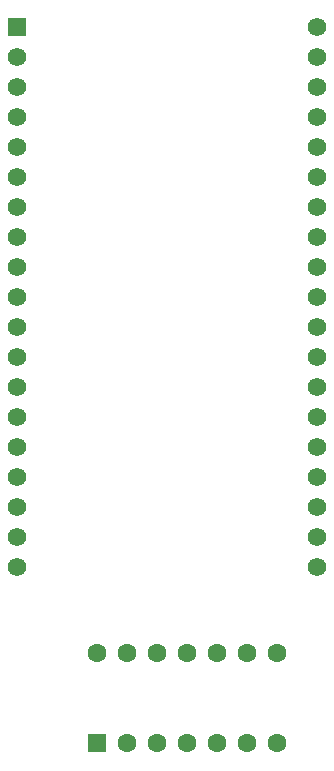
<source format=gbr>
%TF.GenerationSoftware,KiCad,Pcbnew,6.0.0-d3dd2cf0fa~116~ubuntu20.04.1*%
%TF.CreationDate,2022-12-05T21:16:53-06:00*%
%TF.ProjectId,esp32-led-driver-2,65737033-322d-46c6-9564-2d6472697665,rev?*%
%TF.SameCoordinates,Original*%
%TF.FileFunction,Soldermask,Bot*%
%TF.FilePolarity,Negative*%
%FSLAX46Y46*%
G04 Gerber Fmt 4.6, Leading zero omitted, Abs format (unit mm)*
G04 Created by KiCad (PCBNEW 6.0.0-d3dd2cf0fa~116~ubuntu20.04.1) date 2022-12-05 21:16:53*
%MOMM*%
%LPD*%
G01*
G04 APERTURE LIST*
%ADD10C,1.560000*%
%ADD11R,1.560000X1.560000*%
%ADD12R,1.600000X1.600000*%
%ADD13C,1.600000*%
G04 APERTURE END LIST*
D10*
%TO.C,ESP32 Dev Board*%
X77216000Y-119305000D03*
X77216000Y-116765000D03*
X77216000Y-114225000D03*
X77216000Y-111685000D03*
X77216000Y-109145000D03*
X77216000Y-106605000D03*
X77216000Y-104065000D03*
X77216000Y-101525000D03*
X77216000Y-98985000D03*
X77216000Y-96445000D03*
X77216000Y-93905000D03*
X77216000Y-91365000D03*
X77216000Y-88825000D03*
X77216000Y-86285000D03*
X77216000Y-83745000D03*
X77216000Y-81205000D03*
X77216000Y-78665000D03*
X77216000Y-76125000D03*
X77216000Y-73585000D03*
X51816000Y-119305000D03*
X51816000Y-116765000D03*
X51816000Y-114225000D03*
X51816000Y-111685000D03*
X51816000Y-109145000D03*
X51816000Y-106605000D03*
X51816000Y-104065000D03*
X51816000Y-101525000D03*
X51816000Y-98985000D03*
X51816000Y-96445000D03*
X51816000Y-93905000D03*
X51816000Y-91365000D03*
X51816000Y-88825000D03*
X51816000Y-86285000D03*
X51816000Y-83745000D03*
X51816000Y-81205000D03*
X51816000Y-78665000D03*
X51816000Y-76125000D03*
D11*
X51816000Y-73585000D03*
%TD*%
D12*
%TO.C,U2*%
X58550000Y-134210000D03*
D13*
X61090000Y-134210000D03*
X63630000Y-134210000D03*
X66170000Y-134210000D03*
X68710000Y-134210000D03*
X71250000Y-134210000D03*
X73790000Y-134210000D03*
X73790000Y-126590000D03*
X71250000Y-126590000D03*
X68710000Y-126590000D03*
X66170000Y-126590000D03*
X63630000Y-126590000D03*
X61090000Y-126590000D03*
X58550000Y-126590000D03*
%TD*%
M02*

</source>
